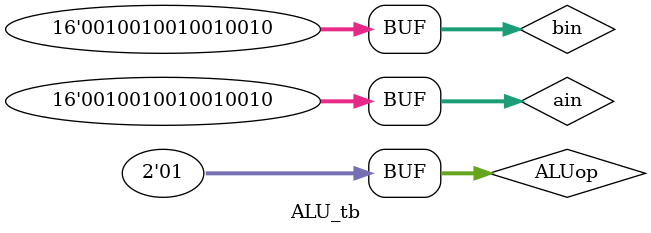
<source format=v>
module ALU (Ain, Bin, ALUop, ALUout, status);
  parameter n=16;
  input  [n-1:0] Ain,Bin;
  input  [1:0]  ALUop;
  output [n-1:0] ALUout;
  output [2:0] status;
  reg [n-1:0] ALUout;

  always @(*) begin
    case(ALUop)
      2'b00 : {ALUout}={Ain+Bin};
      2'b01 : {ALUout}={Ain-Bin};
      2'b10 : {ALUout}={Ain & Bin};
      2'b11 : {ALUout}={~Bin};
    endcase
  end

  assign status[0] = ALUout[15];  //negative flag [N]
  assign status[1] = ALUout ? 0 : 1; //zero flag  [Z]
  assign status[2] = Ain ^ Bin;  //overflow flag [V]
endmodule


module ALU_tb();
  reg  [15:0] ain,bin;
  reg  [1:0]  ALUop;
  wire [15:0] loadc;

  ALU dut(ain,bin,ALUop,loadc);

  initial begin
    ain=16'b1000100010001001;
    bin=16'b0010001000100001;
    ALUop=2'b00;
    #100

    ain=16'b0000100001001110;
    bin=16'b0000100001000111;
    ALUop=2'b01;
    #100

    ain=16'b0111010010110011;
    bin=16'b0111010100101100;
    ALUop=2'b10;
    #100

    ain=16'b0100001010001010;
    bin=16'b0100010001101100;
    ALUop=2'b11;
    #100

    ain=16'b0100001010001010;
    bin=16'b0000000000000000;
    ALUop=2'b10;
    #100

    ain=16'b0010010010010010;
    bin=16'b0010010010010010;
    ALUop=2'b01;
    #100;
  end
endmodule

</source>
